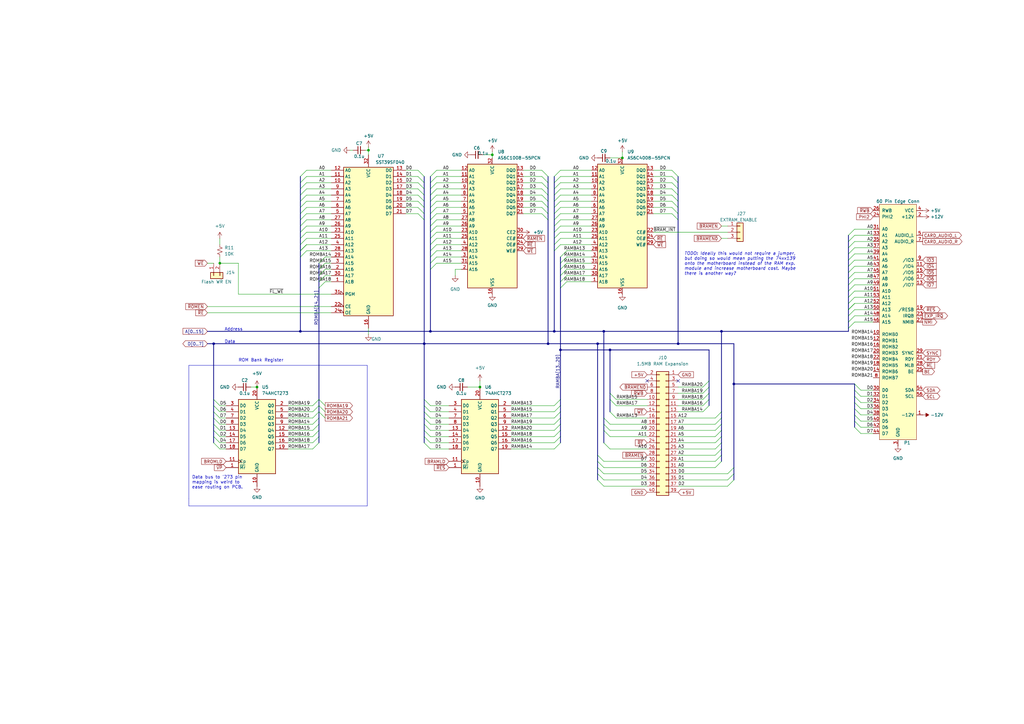
<source format=kicad_sch>
(kicad_sch (version 20231120) (generator "eeschema") (generator_version "8.0")
  (paper "A3")
  (title_block (title "OtterX") (date "2022-08-21") (rev "DV1 \"Sirius\"") (company "(C) 2023 Joe Burks"))
  (junction (at 176.53 135.89))
  (junction (at 224.79 140.97))
  (junction (at 87.63 140.97))
  (junction (at 245.11 140.97))
  (junction (at 295.91 135.89))
  (junction (at 201.93 63.5))
  (junction (at 229.87 143.51))
  (junction (at 196.85 158.75))
  (junction (at 105.41 158.75))
  (junction (at 227.33 135.89))
  (junction (at 255.27 64.77))
  (junction (at 300.99 157.48))
  (junction (at 250.19 143.51))
  (junction (at 247.65 135.89))
  (junction (at 173.99 140.97))
  (junction (at 90.17 107.95))
  (junction (at 278.13 140.97))
  (junction (at 151.13 61.595))
  (junction (at 123.19 135.89))
  (no_connect (at 278.13 156.21))
  (no_connect (at 265.43 156.21))
  (bus_entry (at 293.37 171.45) (size 2.54 -2.54))
  (bus_entry (at 275.59 69.85) (size 2.54 2.54))
  (bus_entry (at 128.27 166.37) (size 2.54 -2.54))
  (bus_entry (at 123.19 77.47) (size 2.54 -2.54))
  (bus_entry (at 350.52 129.54) (size -2.54 2.54))
  (bus_entry (at 87.63 181.61) (size 2.54 2.54))
  (bus_entry (at 347.98 124.46) (size 2.54 -2.54))
  (bus_entry (at 125.73 100.33) (size -2.54 2.54))
  (bus_entry (at 227.33 92.71) (size 2.54 -2.54))
  (bus_entry (at 245.11 196.85) (size 2.54 2.54))
  (bus_entry (at 176.53 100.33) (size 2.54 -2.54))
  (bus_entry (at 298.45 199.39) (size 2.54 -2.54))
  (bus_entry (at 353.06 165.1) (size -2.54 -2.54))
  (bus_entry (at 229.87 118.11) (size 2.54 -2.54))
  (bus_entry (at 173.99 179.07) (size 2.54 2.54))
  (bus_entry (at 347.98 121.92) (size 2.54 -2.54))
  (bus_entry (at 87.63 166.37) (size 2.54 2.54))
  (bus_entry (at 123.19 82.55) (size 2.54 -2.54))
  (bus_entry (at 176.53 102.87) (size 2.54 -2.54))
  (bus_entry (at 347.98 101.6) (size 2.54 -2.54))
  (bus_entry (at 176.53 95.25) (size 2.54 -2.54))
  (bus_entry (at 245.11 194.31) (size 2.54 2.54))
  (bus_entry (at 123.19 72.39) (size 2.54 -2.54))
  (bus_entry (at 245.11 186.69) (size 2.54 2.54))
  (bus_entry (at 87.63 163.83) (size 2.54 2.54))
  (bus_entry (at 171.45 77.47) (size 2.54 2.54))
  (bus_entry (at 229.87 105.41) (size 2.54 -2.54))
  (bus_entry (at 123.19 85.09) (size 2.54 -2.54))
  (bus_entry (at 222.25 69.85) (size 2.54 2.54))
  (bus_entry (at 222.25 87.63) (size 2.54 2.54))
  (bus_entry (at 123.19 102.87) (size 2.54 -2.54))
  (bus_entry (at 87.63 176.53) (size 2.54 2.54))
  (bus_entry (at 222.25 74.93) (size 2.54 2.54))
  (bus_entry (at 87.63 168.91) (size 2.54 2.54))
  (bus_entry (at 293.37 173.99) (size 2.54 -2.54))
  (bus_entry (at 353.06 162.56) (size -2.54 -2.54))
  (bus_entry (at 247.65 181.61) (size 2.54 2.54))
  (bus_entry (at 247.65 171.45) (size 2.54 2.54))
  (bus_entry (at 247.65 173.99) (size 2.54 2.54))
  (bus_entry (at 247.65 176.53) (size 2.54 2.54))
  (bus_entry (at 176.53 97.79) (size 2.54 -2.54))
  (bus_entry (at 227.33 90.17) (size 2.54 -2.54))
  (bus_entry (at 133.35 168.91) (size -2.54 -2.54))
  (bus_entry (at 176.53 87.63) (size 2.54 -2.54))
  (bus_entry (at 123.19 95.25) (size 2.54 -2.54))
  (bus_entry (at 222.25 82.55) (size 2.54 2.54))
  (bus_entry (at 229.87 110.49) (size 2.54 -2.54))
  (bus_entry (at 288.29 168.91) (size 2.54 -2.54))
  (bus_entry (at 293.37 176.53) (size 2.54 -2.54))
  (bus_entry (at 123.19 100.33) (size 2.54 -2.54))
  (bus_entry (at 293.37 179.07) (size 2.54 -2.54))
  (bus_entry (at 227.33 176.53) (size 2.54 -2.54))
  (bus_entry (at 176.53 105.41) (size 2.54 -2.54))
  (bus_entry (at 347.98 106.68) (size 2.54 -2.54))
  (bus_entry (at 275.59 74.93) (size 2.54 2.54))
  (bus_entry (at 222.25 85.09) (size 2.54 2.54))
  (bus_entry (at 288.29 161.29) (size 2.54 -2.54))
  (bus_entry (at 128.27 181.61) (size 2.54 -2.54))
  (bus_entry (at 176.53 90.17) (size 2.54 -2.54))
  (bus_entry (at 171.45 87.63) (size 2.54 2.54))
  (bus_entry (at 347.98 96.52) (size 2.54 -2.54))
  (bus_entry (at 130.81 118.11) (size 2.54 -2.54))
  (bus_entry (at 293.37 189.23) (size 2.54 -2.54))
  (bus_entry (at 227.33 179.07) (size 2.54 -2.54))
  (bus_entry (at 176.53 77.47) (size 2.54 -2.54))
  (bus_entry (at 293.37 186.69) (size 2.54 -2.54))
  (bus_entry (at 353.06 172.72) (size -2.54 -2.54))
  (bus_entry (at 353.06 177.8) (size -2.54 -2.54))
  (bus_entry (at 87.63 173.99) (size 2.54 2.54))
  (bus_entry (at 176.53 72.39) (size 2.54 -2.54))
  (bus_entry (at 227.33 173.99) (size 2.54 -2.54))
  (bus_entry (at 123.19 92.71) (size 2.54 -2.54))
  (bus_entry (at 227.33 95.25) (size 2.54 -2.54))
  (bus_entry (at 227.33 171.45) (size 2.54 -2.54))
  (bus_entry (at 173.99 166.37) (size 2.54 2.54))
  (bus_entry (at 227.33 72.39) (size 2.54 -2.54))
  (bus_entry (at 275.59 77.47) (size 2.54 2.54))
  (bus_entry (at 347.98 119.38) (size 2.54 -2.54))
  (bus_entry (at 128.27 179.07) (size 2.54 -2.54))
  (bus_entry (at 275.59 85.09) (size 2.54 2.54))
  (bus_entry (at 229.87 113.03) (size 2.54 -2.54))
  (bus_entry (at 173.99 168.91) (size 2.54 2.54))
  (bus_entry (at 222.25 77.47) (size 2.54 2.54))
  (bus_entry (at 245.11 191.77) (size 2.54 2.54))
  (bus_entry (at 173.99 176.53) (size 2.54 2.54))
  (bus_entry (at 227.33 168.91) (size 2.54 -2.54))
  (bus_entry (at 123.19 87.63) (size 2.54 -2.54))
  (bus_entry (at 87.63 171.45) (size 2.54 2.54))
  (bus_entry (at 275.59 87.63) (size 2.54 2.54))
  (bus_entry (at 227.33 97.79) (size 2.54 -2.54))
  (bus_entry (at 173.99 163.83) (size 2.54 2.54))
  (bus_entry (at 227.33 74.93) (size 2.54 -2.54))
  (bus_entry (at 229.87 107.95) (size 2.54 -2.54))
  (bus_entry (at 123.19 74.93) (size 2.54 -2.54))
  (bus_entry (at 293.37 184.15) (size 2.54 -2.54))
  (bus_entry (at 123.19 80.01) (size 2.54 -2.54))
  (bus_entry (at 347.98 127) (size 2.54 -2.54))
  (bus_entry (at 125.73 102.87) (size -2.54 2.54))
  (bus_entry (at 176.53 74.93) (size 2.54 -2.54))
  (bus_entry (at 353.06 175.26) (size -2.54 -2.54))
  (bus_entry (at 227.33 102.87) (size 2.54 -2.54))
  (bus_entry (at 173.99 173.99) (size 2.54 2.54))
  (bus_entry (at 171.45 72.39) (size 2.54 2.54))
  (bus_entry (at 353.06 160.02) (size -2.54 -2.54))
  (bus_entry (at 173.99 181.61) (size 2.54 2.54))
  (bus_entry (at 298.45 196.85) (size 2.54 -2.54))
  (bus_entry (at 275.59 72.39) (size 2.54 2.54))
  (bus_entry (at 227.33 166.37) (size 2.54 -2.54))
  (bus_entry (at 227.33 87.63) (size 2.54 -2.54))
  (bus_entry (at 133.35 110.49) (size -2.54 2.54))
  (bus_entry (at 133.35 113.03) (size -2.54 2.54))
  (bus_entry (at 133.35 107.95) (size -2.54 2.54))
  (bus_entry (at 133.35 105.41) (size -2.54 2.54))
  (bus_entry (at 347.98 111.76) (size 2.54 -2.54))
  (bus_entry (at 176.53 110.49) (size 2.54 -2.54))
  (bus_entry (at 350.52 124.46) (size -2.54 2.54))
  (bus_entry (at 176.53 92.71) (size 2.54 -2.54))
  (bus_entry (at 353.06 170.18) (size -2.54 -2.54))
  (bus_entry (at 350.52 132.08) (size -2.54 2.54))
  (bus_entry (at 347.98 109.22) (size 2.54 -2.54))
  (bus_entry (at 288.29 166.37) (size 2.54 -2.54))
  (bus_entry (at 347.98 114.3) (size 2.54 -2.54))
  (bus_entry (at 176.53 107.95) (size 2.54 -2.54))
  (bus_entry (at 347.98 116.84) (size 2.54 -2.54))
  (bus_entry (at 350.52 127) (size -2.54 2.54))
  (bus_entry (at 176.53 85.09) (size 2.54 -2.54))
  (bus_entry (at 227.33 181.61) (size 2.54 -2.54))
  (bus_entry (at 176.53 80.01) (size 2.54 -2.54))
  (bus_entry (at 347.98 104.14) (size 2.54 -2.54))
  (bus_entry (at 295.91 189.23) (size -2.54 2.54))
  (bus_entry (at 229.87 115.57) (size 2.54 -2.54))
  (bus_entry (at 227.33 100.33) (size 2.54 -2.54))
  (bus_entry (at 227.33 85.09) (size 2.54 -2.54))
  (bus_entry (at 133.35 171.45) (size -2.54 -2.54))
  (bus_entry (at 133.35 166.37) (size -2.54 -2.54))
  (bus_entry (at 293.37 181.61) (size 2.54 -2.54))
  (bus_entry (at 288.29 158.75) (size 2.54 -2.54))
  (bus_entry (at 222.25 72.39) (size 2.54 2.54))
  (bus_entry (at 123.19 90.17) (size 2.54 -2.54))
  (bus_entry (at 128.27 184.15) (size 2.54 -2.54))
  (bus_entry (at 128.27 171.45) (size 2.54 -2.54))
  (bus_entry (at 128.27 176.53) (size 2.54 -2.54))
  (bus_entry (at 128.27 173.99) (size 2.54 -2.54))
  (bus_entry (at 128.27 168.91) (size 2.54 -2.54))
  (bus_entry (at 353.06 167.64) (size -2.54 -2.54))
  (bus_entry (at 176.53 82.55) (size 2.54 -2.54))
  (bus_entry (at 222.25 80.01) (size 2.54 2.54))
  (bus_entry (at 171.45 82.55) (size 2.54 2.54))
  (bus_entry (at 227.33 184.15) (size 2.54 -2.54))
  (bus_entry (at 347.98 99.06) (size 2.54 -2.54))
  (bus_entry (at 245.11 189.23) (size 2.54 2.54))
  (bus_entry (at 275.59 80.01) (size 2.54 2.54))
  (bus_entry (at 298.45 194.31) (size 2.54 -2.54))
  (bus_entry (at 171.45 74.93) (size 2.54 2.54))
  (bus_entry (at 173.99 171.45) (size 2.54 2.54))
  (bus_entry (at 171.45 80.01) (size 2.54 2.54))
  (bus_entry (at 227.33 77.47) (size 2.54 -2.54))
  (bus_entry (at 275.59 82.55) (size 2.54 2.54))
  (bus_entry (at 227.33 80.01) (size 2.54 -2.54))
  (bus_entry (at 288.29 163.83) (size 2.54 -2.54))
  (bus_entry (at 123.19 97.79) (size 2.54 -2.54))
  (bus_entry (at 171.45 69.85) (size 2.54 2.54))
  (bus_entry (at 227.33 82.55) (size 2.54 -2.54))
  (bus_entry (at 250.19 161.29) (size 2.54 2.54))
  (bus_entry (at 250.19 163.83) (size 2.54 2.54))
  (bus_entry (at 250.19 168.91) (size 2.54 2.54))
  (bus_entry (at 87.63 179.07) (size 2.54 2.54))
  (bus_entry (at 171.45 85.09) (size 2.54 2.54))
  (bus (pts (xy 227.33 97.79) (xy 227.33 95.25)))
  (bus (pts (xy 227.33 82.55) (xy 227.33 80.01)))
  (bus (pts (xy 130.81 179.07) (xy 130.81 181.61)))
  (wire (pts (xy 166.37 74.93) (xy 171.45 74.93)))
  (wire (pts (xy 209.55 179.07) (xy 227.33 179.07)))
  (bus (pts (xy 247.65 181.61) (xy 247.65 176.53)))
  (bus (pts (xy 130.81 173.99) (xy 130.81 176.53)))
  (wire (pts (xy 358.14 165.1) (xy 353.06 165.1)))
  (wire (pts (xy 250.19 64.77) (xy 255.27 64.77)))
  (wire (pts (xy 179.07 100.33) (xy 189.23 100.33)))
  (wire (pts (xy 176.53 171.45) (xy 184.15 171.45)))
  (bus (pts (xy 247.65 176.53) (xy 247.65 173.99)))
  (wire (pts (xy 189.23 110.49) (xy 186.69 110.49)))
  (bus (pts (xy 227.33 87.63) (xy 227.33 85.09)))
  (bus (pts (xy 300.99 140.97) (xy 300.99 157.48)))
  (wire (pts (xy 350.52 93.98) (xy 358.14 93.98)))
  (bus (pts (xy 300.99 194.31) (xy 300.99 191.77)))
  (wire (pts (xy 278.13 186.69) (xy 293.37 186.69)))
  (bus (pts (xy 176.53 85.09) (xy 176.53 87.63)))
  (bus (pts (xy 227.33 80.01) (xy 227.33 77.47)))
  (wire (pts (xy 232.41 107.95) (xy 242.57 107.95)))
  (wire (pts (xy 179.07 74.93) (xy 189.23 74.93)))
  (bus (pts (xy 176.53 135.89) (xy 227.33 135.89)))
  (bus (pts (xy 173.99 179.07) (xy 173.99 181.61)))
  (wire (pts (xy 209.55 176.53) (xy 227.33 176.53)))
  (bus (pts (xy 347.98 121.92) (xy 347.98 119.38)))
  (wire (pts (xy 350.52 127) (xy 358.14 127)))
  (wire (pts (xy 267.97 87.63) (xy 275.59 87.63)))
  (bus (pts (xy 278.13 77.47) (xy 278.13 80.01)))
  (wire (pts (xy 125.73 82.55) (xy 135.89 82.55)))
  (wire (pts (xy 186.69 110.49) (xy 186.69 113.03)))
  (bus (pts (xy 250.19 143.51) (xy 229.87 143.51)))
  (bus (pts (xy 123.19 90.17) (xy 123.19 87.63)))
  (wire (pts (xy 125.73 100.33) (xy 135.89 100.33)))
  (wire (pts (xy 295.91 92.71) (xy 298.45 92.71)))
  (wire (pts (xy 179.07 85.09) (xy 189.23 85.09)))
  (wire (pts (xy 118.11 168.91) (xy 128.27 168.91)))
  (wire (pts (xy 278.13 191.77) (xy 293.37 191.77)))
  (wire (pts (xy 179.07 80.01) (xy 189.23 80.01)))
  (bus (pts (xy 87.63 168.91) (xy 87.63 166.37)))
  (bus (pts (xy 176.53 110.49) (xy 176.53 135.89)))
  (bus (pts (xy 229.87 118.11) (xy 229.87 143.51)))
  (wire (pts (xy 350.52 119.38) (xy 358.14 119.38)))
  (bus (pts (xy 173.99 140.97) (xy 173.99 163.83)))
  (wire (pts (xy 278.13 163.83) (xy 288.29 163.83)))
  (bus (pts (xy 123.19 97.79) (xy 123.19 95.25)))
  (wire (pts (xy 214.63 72.39) (xy 222.25 72.39)))
  (bus (pts (xy 224.79 140.97) (xy 245.11 140.97)))
  (wire (pts (xy 90.17 184.15) (xy 92.71 184.15)))
  (wire (pts (xy 133.35 113.03) (xy 135.89 113.03)))
  (wire (pts (xy 295.91 97.79) (xy 298.45 97.79)))
  (wire (pts (xy 229.87 97.79) (xy 242.57 97.79)))
  (wire (pts (xy 350.52 101.6) (xy 358.14 101.6)))
  (wire (pts (xy 350.52 111.76) (xy 358.14 111.76)))
  (bus (pts (xy 290.83 158.75) (xy 290.83 156.21)))
  (wire (pts (xy 214.63 85.09) (xy 222.25 85.09)))
  (wire (pts (xy 176.53 173.99) (xy 184.15 173.99)))
  (bus (pts (xy 347.98 106.68) (xy 347.98 104.14)))
  (wire (pts (xy 232.41 102.87) (xy 242.57 102.87)))
  (wire (pts (xy 179.07 72.39) (xy 189.23 72.39)))
  (wire (pts (xy 214.63 82.55) (xy 222.25 82.55)))
  (bus (pts (xy 290.83 166.37) (xy 290.83 163.83)))
  (wire (pts (xy 125.73 97.79) (xy 135.89 97.79)))
  (bus (pts (xy 347.98 109.22) (xy 347.98 106.68)))
  (wire (pts (xy 247.65 196.85) (xy 265.43 196.85)))
  (wire (pts (xy 176.53 168.91) (xy 184.15 168.91)))
  (bus (pts (xy 123.19 95.25) (xy 123.19 92.71)))
  (bus (pts (xy 295.91 168.91) (xy 295.91 171.45)))
  (bus (pts (xy 130.81 107.95) (xy 130.81 110.49)))
  (wire (pts (xy 232.41 115.57) (xy 242.57 115.57)))
  (bus (pts (xy 247.65 135.89) (xy 295.91 135.89)))
  (bus (pts (xy 176.53 90.17) (xy 176.53 92.71)))
  (wire (pts (xy 125.73 74.93) (xy 135.89 74.93)))
  (polyline (pts (xy 77.47 204.47) (xy 77.47 149.86)))
  (wire (pts (xy 229.87 69.85) (xy 242.57 69.85)))
  (wire (pts (xy 278.13 171.45) (xy 293.37 171.45)))
  (wire (pts (xy 350.52 104.14) (xy 358.14 104.14)))
  (bus (pts (xy 176.53 74.93) (xy 176.53 77.47)))
  (wire (pts (xy 247.65 199.39) (xy 265.43 199.39)))
  (polyline (pts (xy 77.47 204.47) (xy 77.47 207.518)))
  (wire (pts (xy 125.73 92.71) (xy 135.89 92.71)))
  (bus (pts (xy 224.79 90.17) (xy 224.79 140.97)))
  (bus (pts (xy 347.98 127) (xy 347.98 129.54)))
  (wire (pts (xy 350.52 106.68) (xy 358.14 106.68)))
  (bus (pts (xy 130.81 118.11) (xy 130.81 163.83)))
  (bus (pts (xy 278.13 74.93) (xy 278.13 77.47)))
  (bus (pts (xy 227.33 102.87) (xy 227.33 100.33)))
  (wire (pts (xy 229.87 92.71) (xy 242.57 92.71)))
  (wire (pts (xy 358.14 172.72) (xy 353.06 172.72)))
  (bus (pts (xy 87.63 166.37) (xy 87.63 163.83)))
  (wire (pts (xy 229.87 74.93) (xy 242.57 74.93)))
  (bus (pts (xy 295.91 179.07) (xy 295.91 181.61)))
  (wire (pts (xy 97.79 120.65) (xy 135.89 120.65)))
  (wire (pts (xy 118.11 166.37) (xy 128.27 166.37)))
  (bus (pts (xy 227.33 92.71) (xy 227.33 90.17)))
  (bus (pts (xy 123.19 80.01) (xy 123.19 77.47)))
  (bus (pts (xy 123.19 105.41) (xy 123.19 135.89)))
  (wire (pts (xy 358.14 167.64) (xy 353.06 167.64)))
  (wire (pts (xy 144.78 61.595) (xy 143.51 61.595)))
  (wire (pts (xy 118.11 184.15) (xy 128.27 184.15)))
  (wire (pts (xy 198.12 63.5) (xy 201.93 63.5)))
  (bus (pts (xy 224.79 74.93) (xy 224.79 77.47)))
  (wire (pts (xy 350.52 114.3) (xy 358.14 114.3)))
  (bus (pts (xy 350.52 175.26) (xy 350.52 172.72)))
  (bus (pts (xy 87.63 171.45) (xy 87.63 173.99)))
  (bus (pts (xy 130.81 113.03) (xy 130.81 115.57)))
  (bus (pts (xy 229.87 113.03) (xy 229.87 115.57)))
  (bus (pts (xy 176.53 82.55) (xy 176.53 85.09)))
  (bus (pts (xy 278.13 87.63) (xy 278.13 90.17)))
  (bus (pts (xy 347.98 104.14) (xy 347.98 101.6)))
  (bus (pts (xy 295.91 186.69) (xy 295.91 189.23)))
  (bus (pts (xy 123.19 87.63) (xy 123.19 85.09)))
  (wire (pts (xy 125.73 77.47) (xy 135.89 77.47)))
  (wire (pts (xy 90.17 181.61) (xy 92.71 181.61)))
  (bus (pts (xy 229.87 143.51) (xy 229.87 163.83)))
  (bus (pts (xy 173.99 77.47) (xy 173.99 80.01)))
  (bus (pts (xy 130.81 176.53) (xy 130.81 179.07)))
  (bus (pts (xy 245.11 191.77) (xy 245.11 194.31)))
  (bus (pts (xy 173.99 72.39) (xy 173.99 74.93)))
  (wire (pts (xy 125.73 72.39) (xy 135.89 72.39)))
  (wire (pts (xy 214.63 87.63) (xy 222.25 87.63)))
  (wire (pts (xy 90.17 176.53) (xy 92.71 176.53)))
  (wire (pts (xy 350.52 99.06) (xy 358.14 99.06)))
  (wire (pts (xy 232.41 110.49) (xy 242.57 110.49)))
  (bus (pts (xy 173.99 82.55) (xy 173.99 85.09)))
  (bus (pts (xy 278.13 82.55) (xy 278.13 85.09)))
  (wire (pts (xy 278.13 194.31) (xy 298.45 194.31)))
  (wire (pts (xy 252.73 171.45) (xy 265.43 171.45)))
  (bus (pts (xy 176.53 80.01) (xy 176.53 82.55)))
  (wire (pts (xy 350.52 124.46) (xy 358.14 124.46)))
  (bus (pts (xy 347.98 119.38) (xy 347.98 116.84)))
  (wire (pts (xy 85.09 128.27) (xy 135.89 128.27)))
  (wire (pts (xy 90.17 179.07) (xy 92.71 179.07)))
  (wire (pts (xy 229.87 77.47) (xy 242.57 77.47)))
  (bus (pts (xy 229.87 110.49) (xy 229.87 113.03)))
  (bus (pts (xy 130.81 168.91) (xy 130.81 171.45)))
  (wire (pts (xy 133.35 115.57) (xy 135.89 115.57)))
  (wire (pts (xy 125.73 87.63) (xy 135.89 87.63)))
  (wire (pts (xy 209.55 181.61) (xy 227.33 181.61)))
  (bus (pts (xy 229.87 171.45) (xy 229.87 173.99)))
  (wire (pts (xy 90.17 171.45) (xy 92.71 171.45)))
  (bus (pts (xy 176.53 97.79) (xy 176.53 100.33)))
  (wire (pts (xy 229.87 87.63) (xy 242.57 87.63)))
  (wire (pts (xy 229.87 100.33) (xy 242.57 100.33)))
  (wire (pts (xy 358.14 162.56) (xy 353.06 162.56)))
  (bus (pts (xy 173.99 168.91) (xy 173.99 171.45)))
  (wire (pts (xy 250.19 173.99) (xy 265.43 173.99)))
  (bus (pts (xy 250.19 143.51) (xy 250.19 161.29)))
  (bus (pts (xy 295.91 171.45) (xy 295.91 173.99)))
  (wire (pts (xy 247.65 189.23) (xy 265.43 189.23)))
  (wire (pts (xy 247.65 194.31) (xy 265.43 194.31)))
  (bus (pts (xy 173.99 176.53) (xy 173.99 179.07)))
  (bus (pts (xy 347.98 132.08) (xy 347.98 134.62)))
  (bus (pts (xy 173.99 166.37) (xy 173.99 168.91)))
  (wire (pts (xy 209.55 166.37) (xy 227.33 166.37)))
  (wire (pts (xy 97.79 120.65) (xy 97.79 107.95)))
  (wire (pts (xy 278.13 184.15) (xy 293.37 184.15)))
  (bus (pts (xy 229.87 163.83) (xy 229.87 166.37)))
  (wire (pts (xy 350.52 109.22) (xy 358.14 109.22)))
  (wire (pts (xy 90.17 173.99) (xy 92.71 173.99)))
  (bus (pts (xy 130.81 166.37) (xy 130.81 168.91)))
  (bus (pts (xy 224.79 85.09) (xy 224.79 87.63)))
  (wire (pts (xy 229.87 95.25) (xy 242.57 95.25)))
  (wire (pts (xy 179.07 69.85) (xy 189.23 69.85)))
  (wire (pts (xy 179.07 95.25) (xy 189.23 95.25)))
  (wire (pts (xy 278.13 168.91) (xy 288.29 168.91)))
  (bus (pts (xy 290.83 163.83) (xy 290.83 161.29)))
  (bus (pts (xy 229.87 115.57) (xy 229.87 118.11)))
  (wire (pts (xy 278.13 181.61) (xy 293.37 181.61)))
  (wire (pts (xy 267.97 72.39) (xy 275.59 72.39)))
  (wire (pts (xy 118.11 181.61) (xy 128.27 181.61)))
  (wire (pts (xy 250.19 184.15) (xy 265.43 184.15)))
  (bus (pts (xy 350.52 162.56) (xy 350.52 160.02)))
  (bus (pts (xy 227.33 102.87) (xy 227.33 135.89)))
  (wire (pts (xy 278.13 179.07) (xy 293.37 179.07)))
  (wire (pts (xy 350.52 132.08) (xy 358.14 132.08)))
  (wire (pts (xy 250.19 179.07) (xy 265.43 179.07)))
  (wire (pts (xy 179.07 82.55) (xy 189.23 82.55)))
  (bus (pts (xy 224.79 72.39) (xy 224.79 74.93)))
  (bus (pts (xy 295.91 135.89) (xy 347.98 135.89)))
  (wire (pts (xy 149.86 61.595) (xy 151.13 61.595)))
  (wire (pts (xy 85.09 125.73) (xy 135.89 125.73)))
  (bus (pts (xy 278.13 80.01) (xy 278.13 82.55)))
  (bus (pts (xy 123.19 102.87) (xy 123.19 100.33)))
  (bus (pts (xy 347.98 114.3) (xy 347.98 111.76)))
  (bus (pts (xy 227.33 77.47) (xy 227.33 74.93)))
  (wire (pts (xy 118.11 171.45) (xy 128.27 171.45)))
  (wire (pts (xy 125.73 95.25) (xy 135.89 95.25)))
  (bus (pts (xy 123.19 135.89) (xy 176.53 135.89)))
  (bus (pts (xy 176.53 77.47) (xy 176.53 80.01)))
  (wire (pts (xy 278.13 199.39) (xy 298.45 199.39)))
  (bus (pts (xy 350.52 170.18) (xy 350.52 167.64)))
  (bus (pts (xy 87.63 140.97) (xy 87.63 163.83)))
  (bus (pts (xy 227.33 85.09) (xy 227.33 82.55)))
  (wire (pts (xy 267.97 85.09) (xy 275.59 85.09)))
  (wire (pts (xy 278.13 189.23) (xy 293.37 189.23)))
  (wire (pts (xy 358.14 177.8) (xy 353.06 177.8)))
  (bus (pts (xy 87.63 176.53) (xy 87.63 173.99)))
  (wire (pts (xy 179.07 102.87) (xy 189.23 102.87)))
  (bus (pts (xy 229.87 173.99) (xy 229.87 176.53)))
  (bus (pts (xy 176.53 107.95) (xy 176.53 110.49)))
  (wire (pts (xy 179.07 107.95) (xy 189.23 107.95)))
  (polyline (pts (xy 150.622 207.518) (xy 77.47 207.518)))
  (wire (pts (xy 350.52 121.92) (xy 358.14 121.92)))
  (bus (pts (xy 229.87 107.95) (xy 229.87 110.49)))
  (wire (pts (xy 229.87 90.17) (xy 242.57 90.17)))
  (wire (pts (xy 278.13 161.29) (xy 288.29 161.29)))
  (bus (pts (xy 87.63 181.61) (xy 87.63 179.07)))
  (bus (pts (xy 173.99 80.01) (xy 173.99 82.55)))
  (wire (pts (xy 176.53 179.07) (xy 184.15 179.07)))
  (bus (pts (xy 130.81 110.49) (xy 130.81 113.03)))
  (wire (pts (xy 255.27 62.23) (xy 255.27 64.77)))
  (wire (pts (xy 267.97 74.93) (xy 275.59 74.93)))
  (bus (pts (xy 176.53 100.33) (xy 176.53 102.87)))
  (bus (pts (xy 176.53 105.41) (xy 176.53 107.95)))
  (wire (pts (xy 166.37 72.39) (xy 171.45 72.39)))
  (bus (pts (xy 87.63 140.97) (xy 173.99 140.97)))
  (bus (pts (xy 245.11 140.97) (xy 278.13 140.97)))
  (wire (pts (xy 247.65 191.77) (xy 265.43 191.77)))
  (wire (pts (xy 229.87 82.55) (xy 242.57 82.55)))
  (wire (pts (xy 151.13 134.62) (xy 151.13 137.16)))
  (wire (pts (xy 133.35 105.41) (xy 135.89 105.41)))
  (wire (pts (xy 358.14 160.02) (xy 353.06 160.02)))
  (wire (pts (xy 90.17 168.91) (xy 92.71 168.91)))
  (bus (pts (xy 278.13 140.97) (xy 300.99 140.97)))
  (bus (pts (xy 295.91 184.15) (xy 295.91 186.69)))
  (bus (pts (xy 229.87 176.53) (xy 229.87 179.07)))
  (wire (pts (xy 196.85 156.21) (xy 196.85 158.75)))
  (wire (pts (xy 229.87 85.09) (xy 242.57 85.09)))
  (bus (pts (xy 245.11 194.31) (xy 245.11 196.85)))
  (bus (pts (xy 300.99 157.48) (xy 350.52 157.48)))
  (wire (pts (xy 278.13 196.85) (xy 298.45 196.85)))
  (wire (pts (xy 179.07 87.63) (xy 189.23 87.63)))
  (bus (pts (xy 173.99 163.83) (xy 173.99 166.37)))
  (bus (pts (xy 229.87 105.41) (xy 229.87 107.95)))
  (wire (pts (xy 133.35 107.95) (xy 135.89 107.95)))
  (wire (pts (xy 267.97 95.25) (xy 298.45 95.25)))
  (bus (pts (xy 123.19 82.55) (xy 123.19 80.01)))
  (bus (pts (xy 278.13 90.17) (xy 278.13 140.97)))
  (wire (pts (xy 151.13 61.595) (xy 151.13 63.5)))
  (bus (pts (xy 85.09 135.89) (xy 123.19 135.89)))
  (wire (pts (xy 267.97 69.85) (xy 275.59 69.85)))
  (bus (pts (xy 173.99 90.17) (xy 173.99 140.97)))
  (bus (pts (xy 173.99 87.63) (xy 173.99 90.17)))
  (bus (pts (xy 347.98 99.06) (xy 347.98 96.52)))
  (wire (pts (xy 125.73 90.17) (xy 135.89 90.17)))
  (bus (pts (xy 229.87 168.91) (xy 229.87 171.45)))
  (wire (pts (xy 97.79 107.95) (xy 90.17 107.95)))
  (bus (pts (xy 347.98 129.54) (xy 347.98 132.08)))
  (wire (pts (xy 214.63 80.01) (xy 222.25 80.01)))
  (wire (pts (xy 350.52 116.84) (xy 358.14 116.84)))
  (bus (pts (xy 250.19 161.29) (xy 250.19 163.83)))
  (wire (pts (xy 166.37 82.55) (xy 171.45 82.55)))
  (bus (pts (xy 347.98 124.46) (xy 347.98 121.92)))
  (wire (pts (xy 166.37 69.85) (xy 171.45 69.85)))
  (polyline (pts (xy 77.47 149.86) (xy 150.622 149.86)))
  (bus (pts (xy 247.65 135.89) (xy 247.65 171.45)))
  (wire (pts (xy 179.07 77.47) (xy 189.23 77.47)))
  (wire (pts (xy 90.17 166.37) (xy 92.71 166.37)))
  (wire (pts (xy 176.53 181.61) (xy 184.15 181.61)))
  (bus (pts (xy 247.65 173.99) (xy 247.65 171.45)))
  (wire (pts (xy 232.41 105.41) (xy 242.57 105.41)))
  (bus (pts (xy 350.52 167.64) (xy 350.52 165.1)))
  (wire (pts (xy 125.73 102.87) (xy 135.89 102.87)))
  (bus (pts (xy 176.53 72.39) (xy 176.53 74.93)))
  (wire (pts (xy 133.35 110.49) (xy 135.89 110.49)))
  (bus (pts (xy 229.87 179.07) (xy 229.87 181.61)))
  (wire (pts (xy 201.93 63.5) (xy 201.93 64.77)))
  (wire (pts (xy 250.19 176.53) (xy 265.43 176.53)))
  (bus (pts (xy 350.52 160.02) (xy 350.52 157.48)))
  (bus (pts (xy 176.53 92.71) (xy 176.53 95.25)))
  (wire (pts (xy 166.37 87.63) (xy 171.45 87.63)))
  (wire (pts (xy 125.73 85.09) (xy 135.89 85.09)))
  (wire (pts (xy 278.13 173.99) (xy 293.37 173.99)))
  (bus (pts (xy 123.19 92.71) (xy 123.19 90.17)))
  (polyline (pts (xy 150.622 149.86) (xy 150.622 207.518)))
  (bus (pts (xy 278.13 72.39) (xy 278.13 74.93)))
  (wire (pts (xy 151.13 60.325) (xy 151.13 61.595)))
  (wire (pts (xy 214.63 69.85) (xy 222.25 69.85)))
  (bus (pts (xy 250.19 163.83) (xy 250.19 168.91)))
  (wire (pts (xy 90.17 97.79) (xy 90.17 100.33)))
  (bus (pts (xy 245.11 140.97) (xy 245.11 186.69)))
  (bus (pts (xy 173.99 171.45) (xy 173.99 173.99)))
  (wire (pts (xy 232.41 113.03) (xy 242.57 113.03)))
  (bus (pts (xy 224.79 77.47) (xy 224.79 80.01)))
  (wire (pts (xy 166.37 85.09) (xy 171.45 85.09)))
  (wire (pts (xy 85.09 107.95) (xy 87.63 107.95)))
  (wire (pts (xy 191.77 158.75) (xy 196.85 158.75)))
  (wire (pts (xy 166.37 77.47) (xy 171.45 77.47)))
  (wire (pts (xy 118.11 176.53) (xy 128.27 176.53)))
  (wire (pts (xy 209.55 168.91) (xy 227.33 168.91)))
  (bus (pts (xy 123.19 85.09) (xy 123.19 82.55)))
  (wire (pts (xy 166.37 80.01) (xy 171.45 80.01)))
  (wire (pts (xy 267.97 82.55) (xy 275.59 82.55)))
  (bus (pts (xy 295.91 176.53) (xy 295.91 179.07)))
  (bus (pts (xy 347.98 135.89) (xy 347.98 134.62)))
  (bus (pts (xy 290.83 161.29) (xy 290.83 158.75)))
  (bus (pts (xy 173.99 85.09) (xy 173.99 87.63)))
  (bus (pts (xy 300.99 157.48) (xy 300.99 191.77)))
  (wire (pts (xy 358.14 175.26) (xy 353.06 175.26)))
  (bus (pts (xy 227.33 100.33) (xy 227.33 97.79)))
  (wire (pts (xy 209.55 173.99) (xy 227.33 173.99)))
  (wire (pts (xy 179.07 90.17) (xy 189.23 90.17)))
  (bus (pts (xy 278.13 85.09) (xy 278.13 87.63)))
  (bus (pts (xy 245.11 189.23) (xy 245.11 191.77)))
  (bus (pts (xy 176.53 102.87) (xy 176.53 105.41)))
  (bus (pts (xy 224.79 80.01) (xy 224.79 82.55)))
  (bus (pts (xy 123.19 102.87) (xy 123.19 105.41)))
  (wire (pts (xy 209.55 184.15) (xy 227.33 184.15)))
  (wire (pts (xy 267.97 80.01) (xy 275.59 80.01)))
  (bus (pts (xy 227.33 90.17) (xy 227.33 87.63)))
  (bus (pts (xy 173.99 74.93) (xy 173.99 77.47)))
  (bus (pts (xy 123.19 77.47) (xy 123.19 74.93)))
  (bus (pts (xy 350.52 172.72) (xy 350.52 170.18)))
  (bus (pts (xy 85.09 140.97) (xy 87.63 140.97)))
  (wire (pts (xy 214.63 77.47) (xy 222.25 77.47)))
  (wire (pts (xy 267.97 77.47) (xy 275.59 77.47)))
  (bus (pts (xy 224.79 82.55) (xy 224.79 85.09)))
  (bus (pts (xy 176.53 87.63) (xy 176.53 90.17)))
  (wire (pts (xy 252.73 166.37) (xy 265.43 166.37)))
  (bus (pts (xy 347.98 116.84) (xy 347.98 114.3)))
  (wire (pts (xy 125.73 80.01) (xy 135.89 80.01)))
  (wire (pts (xy 179.07 97.79) (xy 189.23 97.79)))
  (bus (pts (xy 176.53 95.25) (xy 176.53 97.79)))
  (wire (pts (xy 252.73 163.83) (xy 265.43 163.83)))
  (wire (pts (xy 201.93 62.23) (xy 201.93 63.5)))
  (wire (pts (xy 176.53 184.15) (xy 184.15 184.15)))
  (wire (pts (xy 214.63 74.93) (xy 222.25 74.93)))
  (wire (pts (xy 90.17 105.41) (xy 90.17 107.95)))
  (bus (pts (xy 173.99 173.99) (xy 173.99 176.53)))
  (wire (pts (xy 278.13 166.37) (xy 288.29 166.37)))
  (bus (pts (xy 347.98 101.6) (xy 347.98 99.06)))
  (wire (pts (xy 102.87 158.75) (xy 105.41 158.75)))
  (bus (pts (xy 347.98 127) (xy 347.98 124.46)))
  (bus (pts (xy 300.99 196.85) (xy 300.99 194.31)))
  (bus (pts (xy 295.91 181.61) (xy 295.91 184.15)))
  (wire (pts (xy 176.53 166.37) (xy 184.15 166.37)))
  (wire (pts (xy 278.13 176.53) (xy 293.37 176.53)))
  (bus (pts (xy 123.19 74.93) (xy 123.19 72.39)))
  (bus (pts (xy 347.98 111.76) (xy 347.98 109.22)))
  (bus (pts (xy 173.99 140.97) (xy 224.79 140.97)))
  (wire (pts (xy 350.52 96.52) (xy 358.14 96.52)))
  (bus (pts (xy 87.63 179.07) (xy 87.63 176.53)))
  (bus (pts (xy 229.87 166.37) (xy 229.87 168.91)))
  (bus (pts (xy 290.83 143.51) (xy 250.19 143.51)))
  (bus (pts (xy 227.33 95.25) (xy 227.33 92.71)))
  (bus (pts (xy 227.33 74.93) (xy 227.33 72.39)))
  (bus (pts (xy 87.63 171.45) (xy 87.63 168.91)))
  (bus (pts (xy 245.11 186.69) (xy 245.11 189.23)))
  (wire (pts (xy 179.07 92.71) (xy 189.23 92.71)))
  (bus (pts (xy 130.81 171.45) (xy 130.81 173.99)))
  (wire (pts (xy 179.07 105.41) (xy 189.23 105.41)))
  (wire (pts (xy 176.53 176.53) (xy 184.15 176.53)))
  (wire (pts (xy 125.73 69.85) (xy 135.89 69.85)))
  (bus (pts (xy 350.52 165.1) (xy 350.52 162.56)))
  (wire (pts (xy 209.55 171.45) (xy 227.33 171.45)))
  (bus (pts (xy 295.91 173.99) (xy 295.91 176.53)))
  (wire (pts (xy 118.11 179.07) (xy 128.27 179.07)))
  (wire (pts (xy 358.14 170.18) (xy 353.06 170.18)))
  (bus (pts (xy 227.33 135.89) (xy 247.65 135.89)))
  (bus (pts (xy 224.79 87.63) (xy 224.79 90.17)))
  (wire (pts (xy 350.52 129.54) (xy 358.14 129.54)))
  (wire (pts (xy 118.11 173.99) (xy 128.27 173.99)))
  (bus (pts (xy 130.81 115.57) (xy 130.81 118.11)))
  (wire (pts (xy 229.87 72.39) (xy 242.57 72.39)))
  (bus (pts (xy 123.19 100.33) (xy 123.19 97.79)))
  (bus (pts (xy 130.81 163.83) (xy 130.81 166.37)))
  (wire (pts (xy 278.13 158.75) (xy 288.29 158.75)))
  (wire (pts (xy 229.87 80.01) (xy 242.57 80.01)))
  (bus (pts (xy 295.91 135.89) (xy 295.91 168.91)))
  (bus (pts (xy 290.83 156.21) (xy 290.83 143.51)))
  (text "Address" (at 92.075 135.89 0) (effects (font (size 1.27 1.27)) (justify left bottom)))
  (text "Data bus to '273 pin\nmapping is weird to\nease routing on PCB." (at 78.74 200.66 0) (effects (font (size 1.27 1.27)) (justify left bottom)))
  (text "TODO: Ideally this would not require a jumper,\nbut doing so would mean putting the 74xx139\nonto the motherboard instead of the RAM exp.\nmodule and increase motherboard cost. Maybe\nthere is another way?" (at 280.67 113.03 0) (effects (font (size 1.27 1.27) (italic yes)) (justify left bottom)))
  (text "Data" (at 92.075 140.97 0) (effects (font (size 1.27 1.27)) (justify left bottom)))
  (text "ROM Bank Register" (at 97.79 148.59 0) (effects (font (size 1.27 1.27)) (justify left bottom)))
  (label "A9" (at 358.14 116.84 180))
  (label "A14" (at 181.61 105.41 0))
  (label "ROMBA14" (at 135.89 105.41 180))
  (label "RAMBA13" (at 209.55 166.37 0))
  (label "RAMBA20" (at 288.29 158.75 180))
  (label "A10" (at 234.95 95.25 0))
  (label "D7" (at 166.37 87.63 0))
  (label "ROMBA17" (at 358.14 144.78 180))
  (label "D3" (at 217.17 77.47 0))
  (label "A8" (at 181.61 90.17 0))
  (label "D7" (at 358.14 177.8 180))
  (label "D4" (at 358.14 170.18 180))
  (label "D0" (at 358.14 160.02 180))
  (label "RAMBA20" (at 209.55 176.53 0))
  (label "RAMBA13" (at 240.03 102.87 180))
  (label "A7" (at 358.14 111.76 180))
  (label "A2" (at 130.81 74.93 0))
  (label "RAMBA14" (at 240.03 105.41 180))
  (label "A3" (at 234.95 77.47 0))
  (label "ROMBA17" (at 118.11 184.15 0))
  (label "~{FL_WE}" (at 110.49 120.65 0))
  (label "ROMBA14" (at 358.14 137.16 180))
  (label "ROMBA17" (at 135.89 113.03 180))
  (label "RAMBA14" (at 288.29 168.91 180))
  (label "RAMBA13" (at 252.73 171.45 0))
  (label "RAMBA16" (at 209.55 181.61 0))
  (label "A5" (at 358.14 106.68 180))
  (label "ROMBA16" (at 358.14 142.24 180))
  (label "A2" (at 181.61 74.93 0))
  (label "A0" (at 181.61 69.85 0))
  (label "A6" (at 358.14 109.22 180))
  (label "RAMBA15" (at 252.73 163.83 0))
  (label "D0" (at 278.13 194.31 0))
  (label "ROMBA21" (at 358.14 154.94 180))
  (label "D2" (at 358.14 165.1 180))
  (label "D6" (at 166.37 85.09 0))
  (label "A5" (at 181.61 82.55 0))
  (label "D7" (at 90.17 171.45 0))
  (label "A4" (at 358.14 104.14 180))
  (label "D5" (at 166.37 82.55 0))
  (label "A3" (at 358.14 101.6 180))
  (label "D2" (at 278.13 199.39 0))
  (label "D5" (at 90.17 166.37 0))
  (label "RAMBA15" (at 240.03 107.95 180))
  (label "ROMBA15" (at 358.14 139.7 180))
  (label "A6" (at 234.95 85.09 0))
  (label "A12" (at 234.95 100.33 0))
  (label "A11" (at 265.43 179.07 180))
  (label "D1" (at 270.51 72.39 0))
  (label "A8" (at 265.43 173.99 180))
  (label "D7" (at 265.43 189.23 180))
  (label "A7" (at 234.95 87.63 0))
  (label "ROMBA16" (at 118.11 179.07 0))
  (label "A9" (at 234.95 92.71 0))
  (label "D3" (at 270.51 77.47 0))
  (label "ROMBA19" (at 118.11 166.37 0))
  (label "D3" (at 358.14 167.64 180))
  (label "ROMBA20" (at 358.14 152.4 180))
  (label "A8" (at 234.95 90.17 0))
  (label "A5" (at 130.81 82.55 0))
  (label "D6" (at 178.435 173.99 0))
  (label "D5" (at 358.14 172.72 180))
  (label "D4" (at 178.435 171.45 0))
  (label "A15" (at 181.61 107.95 0))
  (label "A1" (at 358.14 96.52 180))
  (label "D6" (at 265.43 191.77 180))
  (label "A1" (at 130.81 72.39 0))
  (label "A10" (at 265.43 184.15 180))
  (label "D1" (at 278.13 196.85 0))
  (label "D0" (at 90.17 173.99 0))
  (label "D1" (at 90.17 176.53 0))
  (label "A3" (at 181.61 77.47 0))
  (label "A7" (at 278.13 173.99 0))
  (label "A3" (at 278.13 184.15 0))
  (label "A4" (at 234.95 80.01 0))
  (label "A9" (at 265.43 176.53 180))
  (label "A1" (at 181.61 72.39 0))
  (label "ROMBA16" (at 135.89 110.49 180))
  (label "ROMBA18" (at 135.89 115.57 180))
  (label "RAMBA18" (at 240.03 115.57 180))
  (label "~{BRAM_INT}" (at 267.97 95.25 0))
  (label "A7" (at 130.81 87.63 0))
  (label "A13" (at 130.81 102.87 0))
  (label "D0" (at 270.51 69.85 0))
  (label "A6" (at 278.13 176.53 0))
  (label "A0" (at 358.14 93.98 180))
  (label "A4" (at 278.13 181.61 0))
  (label "D4" (at 217.17 80.01 0))
  (label "A11" (at 358.14 121.92 180))
  (label "D5" (at 217.17 82.55 0))
  (label "A14" (at 358.14 129.54 180))
  (label "A10" (at 181.61 95.25 0))
  (label "A1" (at 234.95 72.39 0))
  (label "D0" (at 178.435 166.37 0))
  (label "D2" (at 90.17 179.07 0))
  (label "RAMBA16" (at 288.29 166.37 180))
  (label "A9" (at 181.61 92.71 0))
  (label "A4" (at 130.81 80.01 0))
  (label "RAMBA19" (at 209.55 173.99 0))
  (label "A12" (at 130.81 100.33 0))
  (label "A10" (at 130.81 95.25 0))
  (label "A7" (at 181.61 87.63 0))
  (label "A4" (at 181.61 80.01 0))
  (label "A11" (at 181.61 97.79 0))
  (label "D4" (at 166.37 80.01 0))
  (label "A12" (at 358.14 124.46 180))
  (label "ROMBA20" (at 118.11 168.91 0))
  (label "RAMBA17" (at 209.55 171.45 0))
  (label "A11" (at 130.81 97.79 0))
  (label "A8" (at 130.81 90.17 0))
  (label "RAMBA17" (at 252.73 166.37 0))
  (label "D2" (at 270.51 74.93 0))
  (label "D0" (at 217.17 69.85 0))
  (label "RAMBA14" (at 209.55 184.15 0))
  (label "A13" (at 181.61 102.87 0))
  (label "D0" (at 166.37 69.85 0))
  (label "D1" (at 166.37 72.39 0))
  (label "D7" (at 270.51 87.63 0))
  (label "D1" (at 358.14 162.56 180))
  (label "D7" (at 178.435 176.53 0))
  (label "ROMBA18" (at 118.11 181.61 0))
  (label "D3" (at 265.43 199.39 180))
  (label "A6" (at 130.81 85.09 0))
  (label "RAMBA16" (at 240.03 110.49 180))
  (label "D2" (at 178.435 168.91 0))
  (label "D4" (at 90.17 181.61 0))
  (label "A3" (at 130.81 77.47 0))
  (label "ROMBA15" (at 135.89 107.95 180))
  (label "A5" (at 278.13 179.07 0))
  (label "A9" (at 130.81 92.71 0))
  (label "D3" (at 166.37 77.47 0))
  (label "A11" (at 234.95 97.79 0))
  (label "D5" (at 270.51 82.55 0))
  (label "RAMBA15" (at 209.55 168.91 0))
  (label "D3" (at 90.17 184.15 0))
  (label "A0" (at 234.95 69.85 0))
  (label "D6" (at 90.17 168.91 0))
  (label "D4" (at 265.43 196.85 180))
  (label "A2" (at 358.14 99.06 180))
  (label "A15" (at 358.14 132.08 180))
  (label "A0" (at 278.13 191.77 0))
  (label "D2" (at 166.37 74.93 0))
  (label "D6" (at 358.14 175.26 180))
  (label "A2" (at 278.13 186.69 0))
  (label "ROMBA[14..21]" (at 130.81 133.35 90))
  (label "ROMBA15" (at 118.11 176.53 0))
  (label "ROMBA19" (at 358.14 149.86 180))
  (label "ROMBA14" (at 118.11 173.99 0))
  (label "D5" (at 265.43 194.31 180))
  (label "A13" (at 358.14 127 180))
  (label "A2" (at 234.95 74.93 0))
  (label "D1" (at 178.435 184.15 0))
  (label "A10" (at 358.14 119.38 180))
  (label "D1" (at 217.17 72.39 0))
  (label "A1" (at 278.13 189.23 0))
  (label "RAMBA18" (at 288.29 163.83 180))
  (label "A0" (at 130.81 69.85 0))
  (label "D5" (at 178.435 179.07 0))
  (label "A12" (at 181.61 100.33 0))
  (label "A8" (at 358.14 114.3 180))
  (label "D6" (at 270.51 85.09 0))
  (label "RAMBA19" (at 288.29 161.29 180))
  (label "D2" (at 217.17 74.93 0))
  (label "ROMBA21" (at 118.11 171.45 0))
  (label "D3" (at 178.435 181.61 0))
  (label "D7" (at 217.17 87.63 0))
  (label "A6" (at 181.61 85.09 0))
  (label "ROMBA18" (at 358.14 147.32 180))
  (label "RAMBA[13..20]" (at 229.87 159.385 90))
  (label "A12" (at 278.13 171.45 0))
  (label "RAMBA18" (at 209.55 179.07 0))
  (label "D4" (at 270.51 80.01 0))
  (label "D6" (at 217.17 85.09 0))
  (label "A5" (at 234.95 82.55 0))
  (label "RAMBA17" (at 240.03 113.03 180))
  (global_label "~{ML}" (shape input) (at 378.46 149.86 0) (property "Intersheetrefs" "${INTERSHEET_REFS}" (effects (hide yes))))
  (global_label "~{ROMEN}" (shape input) (at 85.09 125.73 180) (property "Intersheetrefs" "${INTERSHEET_REFS}" (effects (hide yes))))
  (global_label "~{BRAMEN0}" (shape output) (at 265.43 158.75 180) (property "Intersheetrefs" "${INTERSHEET_REFS}" (effects (hide yes))))
  (global_label "~{RWB}" (shape input) (at 265.43 161.29 180) (property "Intersheetrefs" "${INTERSHEET_REFS}" (effects (hide yes))))
  (global_label "~{IO7}" (shape input) (at 378.46 116.84 0) (property "Intersheetrefs" "${INTERSHEET_REFS}" (effects (hide yes))))
  (global_label "SYNC" (shape input) (at 378.46 144.78 0) (property "Intersheetrefs" "${INTERSHEET_REFS}" (effects (hide yes))))
  (global_label "ROMBA20" (shape output) (at 133.35 168.91 0) (property "Intersheetrefs" "${INTERSHEET_REFS}" (effects (hide yes))))
  (global_label "BE" (shape output) (at 378.46 152.4 0) (property "Intersheetrefs" "${INTERSHEET_REFS}" (effects (hide yes))))
  (global_label "~{WE}" (shape input) (at 267.97 100.33 0) (property "Intersheetrefs" "${INTERSHEET_REFS}" (effects (hide yes))))
  (global_label "~{EXP_IRQ}" (shape output) (at 378.46 129.54 0) (property "Intersheetrefs" "${INTERSHEET_REFS}" (effects (hide yes))))
  (global_label "GND" (shape input) (at 278.13 153.67 0) (property "Intersheetrefs" "${INTERSHEET_REFS}" (effects (hide yes))))
  (global_label "+5V" (shape input) (at 265.43 153.67 180) (property "Intersheetrefs" "${INTERSHEET_REFS}" (effects (hide yes))))
  (global_label "~{RWB}" (shape input) (at 358.14 86.36 180) (property "Intersheetrefs" "${INTERSHEET_REFS}" (effects (hide yes))))
  (global_label "RDY" (shape bidirectional) (at 378.46 147.32 0) (property "Intersheetrefs" "${INTERSHEET_REFS}" (effects (hide yes))))
  (global_label "~{IO5}" (shape input) (at 378.46 111.76 0) (property "Intersheetrefs" "${INTERSHEET_REFS}" (effects (hide yes))))
  (global_label "CARD_AUDIO_L" (shape output) (at 378.46 96.52 0) (property "Intersheetrefs" "${INTERSHEET_REFS}" (effects (hide yes))))
  (global_label "~{RAMEN}" (shape input) (at 214.63 97.79 0) (property "Intersheetrefs" "${INTERSHEET_REFS}" (effects (hide yes))))
  (global_label "CARD_AUDIO_R" (shape output) (at 378.46 99.06 0) (property "Intersheetrefs" "${INTERSHEET_REFS}" (effects (hide yes))))
  (global_label "~{RE}" (shape input) (at 267.97 97.79 0) (property "Intersheetrefs" "${INTERSHEET_REFS}" (effects (hide yes))))
  (global_label "BRAMLD" (shape input) (at 184.15 189.23 180) (property "Intersheetrefs" "${INTERSHEET_REFS}" (effects (hide yes))))
  (global_label "~{IO4}" (shape input) (at 378.46 109.22 0) (property "Intersheetrefs" "${INTERSHEET_REFS}" (effects (hide yes))))
  (global_label "~{BRAMEN}" (shape input) (at 295.91 92.71 180) (property "Intersheetrefs" "${INTERSHEET_REFS}" (effects (hide yes))))
  (global_label "~{RES}" (shape input) (at 184.15 191.77 180) (property "Intersheetrefs" "${INTERSHEET_REFS}" (effects (hide yes))))
  (global_label "BROMLD" (shape input) (at 92.71 189.23 180) (property "Intersheetrefs" "${INTERSHEET_REFS}" (effects (hide yes))))
  (global_label "~{BRAMEN0}" (shape input) (at 295.91 97.79 180) (property "Intersheetrefs" "${INTERSHEET_REFS}" (effects (hide yes))))
  (global_label "~{RE}" (shape input) (at 85.09 128.27 180) (property "Intersheetrefs" "${INTERSHEET_REFS}" (effects (hide yes))))
  (global_label "~{RE}" (shape input) (at 265.43 181.61 180) (property "Intersheetrefs" "${INTERSHEET_REFS}" (effects (hide yes))))
  (global_label "~{BRAMEN}" (shape input) (at 265.43 186.69 180) (property "Intersheetrefs" "${INTERSHEET_REFS}" (effects (hide yes))))
  (global_label "SCL" (shape tri_state) (at 378.46 162.56 0) (property "Intersheetrefs" "${INTERSHEET_REFS}" (effects (hide yes))))
  (global_label "~{IO6}" (shape input) (at 378.46 114.3 0) (property "Intersheetrefs" "${INTERSHEET_REFS}" (effects (hide yes))))
  (global_label "~{WE}" (shape input) (at 265.43 168.91 180) (property "Intersheetrefs" "${INTERSHEET_REFS}" (effects (hide yes))))
  (global_label "SDA" (shape tri_state) (at 378.46 160.02 0) (property "Intersheetrefs" "${INTERSHEET_REFS}" (effects (hide yes))))
  (global_label "ROMBA21" (shape output) (at 133.35 171.45 0) (property "Intersheetrefs" "${INTERSHEET_REFS}" (effects (hide yes))))
  (global_label "D[0..7]" (shape bidirectional) (at 85.09 140.97 180) (property "Intersheetrefs" "${INTERSHEET_REFS}" (effects (hide yes))))
  (global_label "~{NMI}" (shape output) (at 378.46 132.08 0) (property "Intersheetrefs" "${INTERSHEET_REFS}" (effects (hide yes))))
  (global_label "~{RES}" (shape bidirectional) (at 378.46 127 0) (property "Intersheetrefs" "${INTERSHEET_REFS}" (effects (hide yes))))
  (global_label "PHI2" (shape input) (at 358.14 88.9 180) (property "Intersheetrefs" "${INTERSHEET_REFS}" (effects (hide yes))))
  (global_label "+5V" (shape input) (at 278.13 201.93 0) (property "Intersheetrefs" "${INTERSHEET_REFS}" (effects (hide yes))))
  (global_label "~{WE}" (shape input) (at 214.63 102.87 0) (property "Intersheetrefs" "${INTERSHEET_REFS}" (effects (hide yes))))
  (global_label "~{IO3}" (shape input) (at 378.46 106.68 0) (property "Intersheetrefs" "${INTERSHEET_REFS}" (effects (hide yes))))
  (global_label "GND" (shape input) (at 265.43 201.93 180) (property "Intersheetrefs" "${INTERSHEET_REFS}" (effects (hide yes))))
  (global_label "A[0..15]" (shape input) (at 85.09 135.89 180) (property "Intersheetrefs" "${INTERSHEET_REFS}" (effects (hide yes))))
  (global_label "~{WE}" (shape input) (at 85.09 107.95 180) (property "Intersheetrefs" "${INTERSHEET_REFS}" (effects (hide yes))))
  (global_label "ROMBA19" (shape output) (at 133.35 166.37 0) (property "Intersheetrefs" "${INTERSHEET_REFS}" (effects (hide yes))))
  (global_label "~{RE}" (shape input) (at 214.63 100.33 0) (property "Intersheetrefs" "${INTERSHEET_REFS}" (effects (hide yes))))
  (global_label "~{VP}" (shape input) (at 92.71 191.77 180) (property "Intersheetrefs" "${INTERSHEET_REFS}" (effects (hide yes))))
  (symbol (lib_id "power:+5V") (at 196.85 156.21 0) (unit 1)
    (property "Reference" "#PWR0120" (effects (hide yes)))
    (property "Value" "+5V" (at 196.85 150.876 0))
    (property "Description" "Power symbol creates a global label with name \"+5V\"" (effects (hide yes)))
  )
  (symbol (lib_id "Memory_RAM:AS6C4008-55PCN") (at 255.27 92.71 0) (unit 1)
    (property "Reference" "U9" (at 257.2894 62.23 0) (effects (justify left)))
    (property "Value" "AS6C4008-55PCN" (at 257.2894 64.77 0) (effects (justify left)))
    (property "Footprint" "OtterX:DIP-32_W15.24mm_ShortWidePads_1mmDrill" (effects (hide yes)))
    (property "Datasheet" "https://www.alliancememory.com/wp-content/uploads/pdf/AS6C4008.pdf" (effects (hide yes)))
  )
  (symbol (lib_id "Connector_Generic:Conn_01x02") (at 87.63 113.03 90) (mirror x) (unit 1)
    (property "Reference" "J14" (at 92.71 111.7599 90) (effects (justify right)))
    (property "Value" "Flash WR EN" (at 82.55 115.57 90) (effects (justify right)))
    (property "Footprint" "Connector_PinHeader_2.54mm:PinHeader_1x02_P2.54mm_Vertical" (effects (hide yes)))
  )
  (symbol (lib_id "power:GND") (at 186.69 158.75 270) (unit 1)
    (property "Reference" "#PWR0119" (effects (hide yes)))
    (property "Value" "GND" (at 183.134 158.7499 90) (effects (justify right)))
    (property "Description" "Power symbol creates a global label with name \"GND\" , ground" (effects (hide yes)))
  )
  (symbol (lib_id "power:GND") (at 186.69 113.03 0) (unit 1)
    (property "Reference" "#PWR0114" (effects (hide yes)))
    (property "Value" "GND" (at 186.69 118.618 0))
    (property "Description" "Power symbol creates a global label with name \"GND\" , ground" (effects (hide yes)))
  )
  (symbol (lib_id "74xx:74AHCT273") (at 105.41 179.07 0) (unit 1)
    (property "Reference" "U5" (at 107.4294 158.75 0) (effects (justify left)))
    (property "Value" "74AHCT273" (at 107.4294 161.29 0) (effects (justify left)))
    (property "Footprint" "OtterX:DIP-20_W7.62mm_ShortWidePads_1mmDrill" (effects (hide yes)))
    (property "Datasheet" "https://assets.nexperia.com/documents/data-sheet/74AHC_AHCT273.pdf" (effects (hide yes)))
  )
  (symbol (lib_id "Device:C_Small") (at 195.58 63.5 90) (unit 1)
    (property "Reference" "C6" (at 195.58 60.706 90))
    (property "Value" "0.1u" (at 198.12 62.865 90))
    (property "Footprint" "Capacitor_THT:C_Disc_D4.3mm_W1.9mm_P5.00mm" (effects (hide yes)))
  )
  (symbol (lib_id "power:+5V") (at 90.17 97.79 0) (unit 1)
    (property "Reference" "#PWR0127" (effects (hide yes)))
    (property "Value" "+5V" (at 90.17 92.71 0))
    (property "Description" "Power symbol creates a global label with name \"+5V\"" (effects (hide yes)))
  )
  (symbol (lib_id "power:GND") (at 151.13 137.16 0) (unit 1)
    (property "Reference" "#PWR0117" (effects (hide yes)))
    (property "Value" "GND" (at 154.305 139.065 0))
    (property "Description" "Power symbol creates a global label with name \"GND\" , ground" (effects (hide yes)))
  )
  (symbol (lib_id "power:-12V") (at 378.46 170.18 270) (unit 1)
    (property "Reference" "#PWR0130" (effects (hide yes)))
    (property "Value" "-12V" (at 381.635 170.1799 90) (effects (justify left)))
    (property "Description" "Power symbol creates a global label with name \"-12V\"" (effects (hide yes)))
  )
  (symbol (lib_id "power:+12V") (at 378.46 88.9 270) (unit 1)
    (property "Reference" "#PWR0128" (effects (hide yes)))
    (property "Value" "+12V" (at 381.635 88.8999 90) (effects (justify left)))
    (property "Description" "Power symbol creates a global label with name \"+12V\"" (effects (hide yes)))
  )
  (symbol (lib_id "Device:C_Small") (at 100.33 158.75 90) (unit 1)
    (property "Reference" "C2" (at 100.33 155.956 90))
    (property "Value" "0.1u" (at 100.33 161.29 90))
    (property "Footprint" "Capacitor_THT:C_Disc_D4.3mm_W1.9mm_P5.00mm" (effects (hide yes)))
  )
  (symbol (lib_id "74xx:74AHCT273") (at 196.85 179.07 0) (unit 1)
    (property "Reference" "U6" (at 198.8694 158.75 0) (effects (justify left)))
    (property "Value" "74AHCT273" (at 198.8694 161.29 0) (effects (justify left)))
    (property "Footprint" "OtterX:DIP-20_W7.62mm_ShortWidePads_1mmDrill" (effects (hide yes)))
    (property "Datasheet" "https://assets.nexperia.com/documents/data-sheet/74AHC_AHCT273.pdf" (effects (hide yes)))
  )
  (symbol (lib_id "power:GND") (at 196.85 199.39 0) (unit 1)
    (property "Reference" "#PWR0118" (effects (hide yes)))
    (property "Value" "GND" (at 196.85 204.216 0))
    (property "Description" "Power symbol creates a global label with name \"GND\" , ground" (effects (hide yes)))
  )
  (symbol (lib_id "Connector_Generic:Conn_01x03") (at 303.53 95.25 0) (unit 1)
    (property "Reference" "J27" (at 302.26 87.63 0) (effects (justify left)))
    (property "Value" "EXTRAM_ENABLE" (at 295.275 90.17 0) (effects (justify left)))
    (property "Footprint" "Connector_PinHeader_2.00mm:PinHeader_1x03_P2.00mm_Vertical" (effects (hide yes)))
  )
  (symbol (lib_id "power:GND") (at 368.3 182.88 0) (unit 1)
    (property "Reference" "#PWR0132" (effects (hide yes)))
    (property "Value" "GND" (at 368.3 187.96 0))
    (property "Description" "Power symbol creates a global label with name \"GND\" , ground" (effects (hide yes)))
  )
  (symbol (lib_id "Device:C_Small") (at 247.65 64.77 90) (unit 1)
    (property "Reference" "C9" (at 247.65 61.976 90))
    (property "Value" "0.1u" (at 250.5154 66.0406 90))
    (property "Footprint" "Capacitor_THT:C_Disc_D4.3mm_W1.9mm_P5.00mm" (effects (hide yes)))
  )
  (symbol (lib_id "power:+5V") (at 214.63 95.25 270) (unit 1)
    (property "Reference" "#PWR0112" (effects (hide yes)))
    (property "Value" "+5V" (at 218.694 95.2499 90) (effects (justify left)))
    (property "Description" "Power symbol creates a global label with name \"+5V\"" (effects (hide yes)))
  )
  (symbol (lib_id "power:+5V") (at 378.46 86.36 270) (unit 1)
    (property "Reference" "#PWR0129" (effects (hide yes)))
    (property "Value" "+5V" (at 381.635 86.3599 90) (effects (justify left)))
    (property "Description" "Power symbol creates a global label with name \"+5V\"" (effects (hide yes)))
  )
  (symbol (lib_id "power:GND") (at 105.41 199.39 0) (unit 1)
    (property "Reference" "#PWR0124" (effects (hide yes)))
    (property "Value" "GND" (at 105.41 203.962 0))
    (property "Description" "Power symbol creates a global label with name \"GND\" , ground" (effects (hide yes)))
  )
  (symbol (lib_id "Memory_Flash:SST39SF040") (at 151.13 100.33 0) (unit 1)
    (property "Reference" "U7" (at 156.21 64.008 0))
    (property "Value" "SST39SF040" (at 160.02 66.548 0))
    (property "Footprint" "Socket:DIP_Socket-32_W11.9_W12.7_W15.24_W17.78_W18.5_3M_232-1285-00-0602J" (effects (hide yes)))
    (property "Datasheet" "http://ww1.microchip.com/downloads/en/DeviceDoc/25022B.pdf" (effects (hide yes)))
  )
  (symbol (lib_id "power:+5V") (at 151.13 60.325 0) (unit 1)
    (property "Reference" "#PWR0116" (effects (hide yes)))
    (property "Value" "+5V" (at 151.13 55.753 0))
    (property "Description" "Power symbol creates a global label with name \"+5V\"" (effects (hide yes)))
  )
  (symbol (lib_id "Device:R_Small_US") (at 90.17 102.87 0) (unit 1)
    (property "Reference" "R11" (at 92.075 101.5999 0) (effects (justify left)))
    (property "Value" "10K" (at 92.075 104.1399 0) (effects (justify left)))
    (property "Footprint" "Resistor_THT:R_Axial_DIN0207_L6.3mm_D2.5mm_P7.62mm_Horizontal" (effects (hide yes)))
  )
  (symbol (lib_id "Connector_Generic:Conn_02x20_Odd_Even") (at 273.05 176.53 0) (mirror y) (unit 1)
    (property "Reference" "J10" (at 271.78 146.685 0))
    (property "Value" "1.5MB RAM Expansion" (at 271.78 149.225 0))
    (property "Footprint" "Connector_PinSocket_2.00mm:PinSocket_2x20_P2.00mm_Vertical" (effects (hide yes)))
  )
  (symbol (lib_id "OtterX:X16_Card_Conn") (at 368.3 132.08 0) (unit 1)
    (property "Reference" "P1" (at 372.11 181.61 0))
    (property "Value" "60 Pin Edge Conn" (at 368.3 82.55 0))
    (property "Footprint" "OtterX:TE155308438" (effects (hide yes)))
  )
  (symbol (lib_id "OtterX:AS6C1008-55PCN") (at 201.93 92.71 0) (unit 1)
    (property "Reference" "U8" (at 204.1241 62.23 0) (effects (justify left)))
    (property "Value" "AS6C1008-55PCN" (at 204.1241 64.77 0) (effects (justify left)))
    (property "Footprint" "OtterX:DIP-32_W15.24mm_ShortWidePads_1mmDrill" (effects (hide yes)))
    (property "Datasheet" "https://www.alliancememory.com/wp-content/uploads/pdf/AS6C1008.pdf" (effects (hide yes)))
    (property "Description" "512K x 8 Low Power CMOS RAM, DIP-32" (effects (hide yes)))
  )
  (symbol (lib_id "power:GND") (at 97.79 158.75 270) (unit 1)
    (property "Reference" "#PWR0126" (effects (hide yes)))
    (property "Value" "GND" (at 94.234 158.7499 90) (effects (justify right)))
    (property "Description" "Power symbol creates a global label with name \"GND\" , ground" (effects (hide yes)))
  )
  (symbol (lib_id "power:GND") (at 255.27 120.65 0) (unit 1)
    (property "Reference" "#PWR0121" (effects (hide yes)))
    (property "Value" "GND" (at 255.27 126.238 0))
    (property "Description" "Power symbol creates a global label with name \"GND\" , ground" (effects (hide yes)))
  )
  (symbol (lib_id "power:GND") (at 143.51 61.595 270) (unit 1)
    (property "Reference" "#PWR0115" (effects (hide yes)))
    (property "Value" "GND" (at 139.954 61.5949 90) (effects (justify right)))
    (property "Description" "Power symbol creates a global label with name \"GND\" , ground" (effects (hide yes)))
  )
  (symbol (lib_id "power:+5V") (at 255.27 62.23 0) (unit 1)
    (property "Reference" "#PWR0123" (effects (hide yes)))
    (property "Value" "+5V" (at 255.27 57.658 0))
    (property "Description" "Power symbol creates a global label with name \"+5V\"" (effects (hide yes)))
  )
  (symbol (lib_id "power:+5V") (at 105.41 158.75 0) (unit 1)
    (property "Reference" "#PWR0125" (effects (hide yes)))
    (property "Value" "+5V" (at 105.41 153.162 0))
    (property "Description" "Power symbol creates a global label with name \"+5V\"" (effects (hide yes)))
  )
  (symbol (lib_id "power:+5V") (at 201.93 62.23 0) (unit 1)
    (property "Reference" "#PWR0111" (effects (hide yes)))
    (property "Value" "+5V" (at 201.93 57.658 0))
    (property "Description" "Power symbol creates a global label with name \"+5V\"" (effects (hide yes)))
  )
  (symbol (lib_id "Device:C_Small") (at 189.23 158.75 90) (unit 1)
    (property "Reference" "C8" (at 189.23 155.956 90))
    (property "Value" "0.1u" (at 189.23 161.29 90))
    (property "Footprint" "Capacitor_THT:C_Disc_D4.3mm_W1.9mm_P5.00mm" (effects (hide yes)))
  )
  (symbol (lib_id "power:GND") (at 193.04 63.5 270) (unit 1)
    (property "Reference" "#PWR0110" (effects (hide yes)))
    (property "Value" "GND" (at 189.484 63.4999 90) (effects (justify right)))
    (property "Description" "Power symbol creates a global label with name \"GND\" , ground" (effects (hide yes)))
  )
  (symbol (lib_id "power:GND") (at 245.11 64.77 270) (unit 1)
    (property "Reference" "#PWR0122" (effects (hide yes)))
    (property "Value" "GND" (at 241.554 64.7699 90) (effects (justify right)))
    (property "Description" "Power symbol creates a global label with name \"GND\" , ground" (effects (hide yes)))
  )
  (symbol (lib_id "Device:C_Small") (at 147.32 61.595 90) (unit 1)
    (property "Reference" "C7" (at 147.32 58.801 90))
    (property "Value" "0.1u" (at 147.32 64.135 90))
    (property "Footprint" "Capacitor_THT:C_Disc_D4.3mm_W1.9mm_P5.00mm" (effects (hide yes)))
  )
  (symbol (lib_id "power:GND") (at 201.93 120.65 0) (unit 1)
    (property "Reference" "#PWR0113" (effects (hide yes)))
    (property "Value" "GND" (at 201.93 125.222 0))
    (property "Description" "Power symbol creates a global label with name \"GND\" , ground" (effects (hide yes)))
  )
)
</source>
